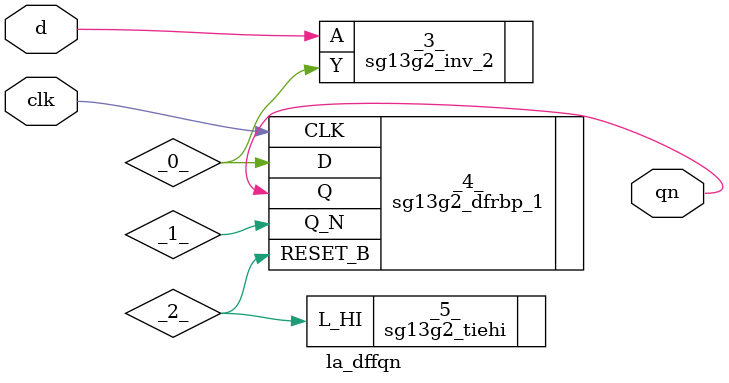
<source format=v>

/* Generated by Yosys 0.44 (git sha1 80ba43d26, g++ 11.4.0-1ubuntu1~22.04 -fPIC -O3) */

(* top =  1  *)
(* src = "generated" *)
(* keep_hierarchy *)
module la_dffqn (
    d,
    clk,
    qn
);
  (* src = "generated" *)
  wire _0_;
  (* unused_bits = "0" *)
  wire _1_;
  wire _2_;
  (* src = "generated" *)
  input clk;
  wire clk;
  (* src = "generated" *)
  input d;
  wire d;
  (* src = "generated" *)
  output qn;
  wire qn;
  sg13g2_inv_2 _3_ (
      .A(d),
      .Y(_0_)
  );
  (* src = "generated" *)
  sg13g2_dfrbp_1 _4_ (
      .CLK(clk),
      .D(_0_),
      .Q(qn),
      .Q_N(_1_),
      .RESET_B(_2_)
  );
  sg13g2_tiehi _5_ (.L_HI(_2_));
endmodule

</source>
